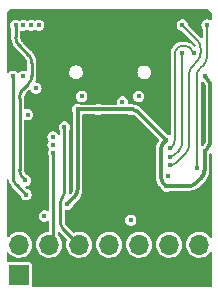
<source format=gbr>
%TF.GenerationSoftware,KiCad,Pcbnew,(6.0.4)*%
%TF.CreationDate,2022-07-06T17:37:40+08:00*%
%TF.ProjectId,XilinxJtag,58696c69-6e78-44a7-9461-672e6b696361,rev?*%
%TF.SameCoordinates,Original*%
%TF.FileFunction,Copper,L3,Inr*%
%TF.FilePolarity,Positive*%
%FSLAX46Y46*%
G04 Gerber Fmt 4.6, Leading zero omitted, Abs format (unit mm)*
G04 Created by KiCad (PCBNEW (6.0.4)) date 2022-07-06 17:37:40*
%MOMM*%
%LPD*%
G01*
G04 APERTURE LIST*
%TA.AperFunction,ComponentPad*%
%ADD10O,1.000000X2.100000*%
%TD*%
%TA.AperFunction,ComponentPad*%
%ADD11O,1.000000X1.600000*%
%TD*%
%TA.AperFunction,ComponentPad*%
%ADD12R,1.700000X1.700000*%
%TD*%
%TA.AperFunction,ComponentPad*%
%ADD13O,1.700000X1.700000*%
%TD*%
%TA.AperFunction,ViaPad*%
%ADD14C,0.450000*%
%TD*%
%TA.AperFunction,Conductor*%
%ADD15C,0.300000*%
%TD*%
%TA.AperFunction,Conductor*%
%ADD16C,0.250000*%
%TD*%
%TA.AperFunction,Conductor*%
%ADD17C,0.200000*%
%TD*%
G04 APERTURE END LIST*
D10*
%TO.N,VSS*%
%TO.C,J1*%
X137650000Y-72150001D03*
D11*
X137650000Y-67970001D03*
X146290000Y-67970001D03*
D10*
X146290000Y-72150001D03*
%TD*%
D12*
%TO.N,unconnected-(J2-Pad1)*%
%TO.C,J2*%
X134265000Y-88795000D03*
D13*
%TO.N,Net-(J2-Pad2)*%
X134265000Y-86255000D03*
%TO.N,VSS*%
X136805000Y-88795000D03*
%TO.N,TMS*%
X136805000Y-86255000D03*
%TO.N,VSS*%
X139345000Y-88795000D03*
%TO.N,TCK*%
X139345000Y-86255000D03*
%TO.N,VSS*%
X141885000Y-88795000D03*
%TO.N,TDO*%
X141885000Y-86255000D03*
%TO.N,VSS*%
X144425000Y-88795000D03*
%TO.N,TDI*%
X144425000Y-86255000D03*
%TO.N,VSS*%
X146965000Y-88795000D03*
%TO.N,unconnected-(J2-Pad12)*%
X146965000Y-86255000D03*
%TO.N,VSS*%
X149505000Y-88795000D03*
%TO.N,unconnected-(J2-Pad14)*%
X149505000Y-86255000D03*
%TD*%
D14*
%TO.N,VSS*%
X143070000Y-78540000D03*
X149840000Y-76670000D03*
X141070000Y-80540000D03*
X141070000Y-79540000D03*
X136720000Y-76140000D03*
X149300000Y-83310000D03*
X142925000Y-70030000D03*
X149250000Y-82330000D03*
X141925000Y-69030000D03*
X149020000Y-67640000D03*
X143070000Y-80540000D03*
X140925000Y-68030000D03*
X141070000Y-78540000D03*
X142070000Y-78540000D03*
X141925000Y-70030000D03*
X142070000Y-80540000D03*
X142070000Y-79540000D03*
X137380000Y-75720000D03*
X146820000Y-75650000D03*
X142925000Y-68030000D03*
X141925000Y-68030000D03*
X143070000Y-79540000D03*
X142925000Y-69030000D03*
X140925000Y-70030000D03*
X140925000Y-69030000D03*
X149840000Y-73270000D03*
%TO.N,RESET*%
X143720000Y-84180000D03*
%TO.N,+3V3*%
X146730000Y-77400000D03*
X143720000Y-74800000D03*
X146740000Y-81300000D03*
X149970000Y-72000000D03*
X140960000Y-74800000D03*
X139220000Y-74800000D03*
X138350000Y-82820000D03*
X149970000Y-78310000D03*
%TO.N,VBUS*%
X136410000Y-83820000D03*
X139570000Y-73700000D03*
X134625000Y-72000000D03*
X146870000Y-80450000D03*
X144380000Y-73690000D03*
%TO.N,Net-(C14-Pad1)*%
X134625000Y-67660000D03*
%TO.N,Net-(C15-Pad2)*%
X135690000Y-73000000D03*
%TO.N,3.3V*%
X134980000Y-75230000D03*
%TO.N,Net-(D1-Pad2)*%
X133750000Y-72000000D03*
X134840000Y-82010000D03*
%TO.N,TDI*%
X137130000Y-77130000D03*
%TO.N,TDO*%
X137140000Y-77800000D03*
%TO.N,TCK*%
X138100000Y-76290000D03*
%TO.N,TMS*%
X137169500Y-78470000D03*
%TO.N,EEP_CS*%
X147000000Y-78100000D03*
X149030000Y-70000000D03*
%TO.N,Net-(R6-Pad2)*%
X149300000Y-79740000D03*
X150170000Y-67650000D03*
%TO.N,EEP_CLK*%
X148070000Y-70010000D03*
X147000000Y-78810000D03*
%TO.N,EEP_D*%
X147000000Y-79500000D03*
X148070000Y-67650000D03*
%TO.N,Net-(R10-Pad1)*%
X135275000Y-67660000D03*
%TO.N,Net-(R11-Pad2)*%
X135925000Y-67670000D03*
%TO.N,Net-(R12-Pad2)*%
X134790000Y-80800000D03*
X133975000Y-67660000D03*
%TO.N,Net-(R3-Pad1)*%
X143000000Y-74160000D03*
%TD*%
D15*
%TO.N,+3V3*%
X146730000Y-77400000D02*
X146425736Y-77704264D01*
X150167107Y-78112893D02*
X149970000Y-78310000D01*
X149970000Y-78310000D02*
X149970000Y-79895786D01*
X138927107Y-82242893D02*
X138350000Y-82820000D01*
X146250000Y-78128528D02*
X146250000Y-80561472D01*
X149970000Y-72000000D02*
X150167107Y-72197107D01*
X146425736Y-80985736D02*
X146740000Y-81300000D01*
X149677107Y-80602893D02*
X149272893Y-81007107D01*
X148565786Y-81300000D02*
X146740000Y-81300000D01*
X139220000Y-74800000D02*
X139220000Y-81535786D01*
X144305736Y-74975736D02*
X146730000Y-77400000D01*
X143720000Y-74800000D02*
X140960000Y-74800000D01*
X143720000Y-74800000D02*
X143881472Y-74800000D01*
X150460000Y-72904214D02*
X150460000Y-77405786D01*
X139220000Y-74800000D02*
X140960000Y-74800000D01*
X146250020Y-78128528D02*
G75*
G02*
X146425736Y-77704264I599980J28D01*
G01*
X150167114Y-78112900D02*
G75*
G03*
X150460000Y-77405786I-707114J707100D01*
G01*
X150167114Y-72197100D02*
G75*
G02*
X150460000Y-72904214I-707114J-707100D01*
G01*
X143881472Y-74800020D02*
G75*
G02*
X144305736Y-74975736I28J-599980D01*
G01*
X149677114Y-80602900D02*
G75*
G03*
X149970000Y-79895786I-707114J707100D01*
G01*
X138927114Y-82242900D02*
G75*
G03*
X139220000Y-81535786I-707114J707100D01*
G01*
X149272900Y-81007114D02*
G75*
G02*
X148565786Y-81300000I-707100J707114D01*
G01*
X146250020Y-80561472D02*
G75*
G03*
X146425736Y-80985736I599980J-28D01*
G01*
D16*
%TO.N,Net-(D1-Pad2)*%
X133750000Y-72000000D02*
X133750000Y-80505786D01*
X134042893Y-81212893D02*
X134840000Y-82010000D01*
X134042886Y-81212900D02*
G75*
G02*
X133750000Y-80505786I707114J707100D01*
G01*
%TO.N,TCK*%
X138100000Y-76290000D02*
X138100000Y-81851472D01*
X137924264Y-82275736D02*
X137915736Y-82284264D01*
X137740000Y-82708528D02*
X137740000Y-84401472D01*
X137915736Y-84825736D02*
X139345000Y-86255000D01*
X137915722Y-84825750D02*
G75*
G02*
X137740000Y-84401472I424278J424250D01*
G01*
X137915722Y-82284250D02*
G75*
G03*
X137740000Y-82708528I424278J-424250D01*
G01*
X137924278Y-82275750D02*
G75*
G03*
X138100000Y-81851472I-424278J424250D01*
G01*
%TO.N,TMS*%
X137169500Y-85890500D02*
X136805000Y-86255000D01*
X137169500Y-78470000D02*
X137169500Y-85890500D01*
D17*
%TO.N,EEP_CS*%
X148047107Y-69400000D02*
X148297893Y-69400000D01*
X148651447Y-69546447D02*
X149105000Y-70000000D01*
X147596447Y-69643553D02*
X147693554Y-69546446D01*
X146975000Y-78100000D02*
X147080000Y-78100000D01*
X147450000Y-77315786D02*
X147450000Y-69997107D01*
X147080000Y-78100000D02*
X147157107Y-78022893D01*
X147596444Y-69643550D02*
G75*
G03*
X147450000Y-69997107I353556J-353550D01*
G01*
X147449990Y-77315786D02*
G75*
G02*
X147157107Y-78022893I-999990J-14D01*
G01*
X148047107Y-69400005D02*
G75*
G03*
X147693554Y-69546446I-7J-499995D01*
G01*
X148297893Y-69400005D02*
G75*
G02*
X148651447Y-69546447I7J-499995D01*
G01*
%TO.N,Net-(R6-Pad2)*%
X149877107Y-71017893D02*
X149587893Y-71307107D01*
X149295000Y-72014214D02*
X149295000Y-79560000D01*
X150170000Y-67650000D02*
X150170000Y-70310786D01*
X149877114Y-71017900D02*
G75*
G03*
X150170000Y-70310786I-707114J707100D01*
G01*
X149295010Y-72014214D02*
G75*
G02*
X149587893Y-71307107I999990J14D01*
G01*
%TO.N,EEP_CLK*%
X147396447Y-78663553D02*
X147777107Y-78282893D01*
X148070000Y-77575786D02*
X148070000Y-70010000D01*
X147000000Y-78810000D02*
X147042893Y-78810000D01*
X148069990Y-77575786D02*
G75*
G02*
X147777107Y-78282893I-999990J-14D01*
G01*
X147042893Y-78809995D02*
G75*
G03*
X147396447Y-78663553I7J499995D01*
G01*
%TO.N,EEP_D*%
X149630000Y-69624214D02*
X149630000Y-70000786D01*
X147172893Y-79500000D02*
X146975000Y-79500000D01*
X148357107Y-78522893D02*
X147526446Y-79353554D01*
X149337107Y-70707893D02*
X148942893Y-71102107D01*
X148070000Y-67650000D02*
X149337107Y-68917107D01*
X148650000Y-71809214D02*
X148650000Y-77815786D01*
X149629990Y-69624214D02*
G75*
G03*
X149337107Y-68917107I-999990J14D01*
G01*
X149629990Y-70000786D02*
G75*
G02*
X149337107Y-70707893I-999990J-14D01*
G01*
X148650010Y-71809214D02*
G75*
G02*
X148942893Y-71102107I999990J14D01*
G01*
X148649990Y-77815786D02*
G75*
G02*
X148357107Y-78522893I-999990J-14D01*
G01*
X147172893Y-79499995D02*
G75*
G03*
X147526446Y-79353554I7J499995D01*
G01*
D16*
%TO.N,Net-(R12-Pad2)*%
X135047107Y-72642893D02*
X134592893Y-73097107D01*
X134267893Y-69377893D02*
X135047107Y-70157107D01*
X135340000Y-70864214D02*
X135340000Y-71935786D01*
X134300000Y-73804214D02*
X134300000Y-79895786D01*
X134592893Y-80602893D02*
X134790000Y-80800000D01*
X133975000Y-67660000D02*
X133975000Y-68670786D01*
X134592886Y-73097100D02*
G75*
G03*
X134300000Y-73804214I707114J-707100D01*
G01*
X133975010Y-68670786D02*
G75*
G03*
X134267893Y-69377893I999990J-14D01*
G01*
X135047114Y-72642900D02*
G75*
G03*
X135340000Y-71935786I-707114J707100D01*
G01*
X135047114Y-70157100D02*
G75*
G02*
X135340000Y-70864214I-707114J-707100D01*
G01*
X134300010Y-79895786D02*
G75*
G03*
X134592893Y-80602893I999990J-14D01*
G01*
%TD*%
%TA.AperFunction,Conductor*%
%TO.N,VSS*%
G36*
X150014888Y-66262402D02*
G01*
X150020438Y-66263506D01*
X150030000Y-66265408D01*
X150039563Y-66263506D01*
X150049312Y-66263506D01*
X150049312Y-66264495D01*
X150061045Y-66263998D01*
X150141196Y-66273029D01*
X150162804Y-66277961D01*
X150257892Y-66311234D01*
X150277859Y-66320850D01*
X150363161Y-66374448D01*
X150380494Y-66388270D01*
X150451730Y-66459506D01*
X150465552Y-66476839D01*
X150519149Y-66562138D01*
X150528766Y-66582108D01*
X150562038Y-66677193D01*
X150566972Y-66698807D01*
X150576002Y-66778952D01*
X150575505Y-66790688D01*
X150576494Y-66790688D01*
X150576494Y-66800437D01*
X150574592Y-66810000D01*
X150576494Y-66819562D01*
X150577598Y-66825112D01*
X150579500Y-66844426D01*
X150579500Y-67166586D01*
X150560593Y-67224777D01*
X150511093Y-67260741D01*
X150449907Y-67260741D01*
X150426653Y-67249661D01*
X150398609Y-67231484D01*
X150371501Y-67213913D01*
X150241006Y-67174887D01*
X150160455Y-67174395D01*
X150111855Y-67174098D01*
X150111854Y-67174098D01*
X150104804Y-67174055D01*
X150098027Y-67175992D01*
X150098026Y-67175992D01*
X149980622Y-67209546D01*
X149980620Y-67209547D01*
X149973842Y-67211484D01*
X149858650Y-67284165D01*
X149768487Y-67386255D01*
X149710601Y-67509548D01*
X149689646Y-67644131D01*
X149707306Y-67779186D01*
X149710146Y-67785640D01*
X149710147Y-67785644D01*
X149758456Y-67895434D01*
X149762162Y-67903856D01*
X149779690Y-67924708D01*
X149796283Y-67944448D01*
X149819253Y-68001158D01*
X149819500Y-68008150D01*
X149819500Y-68669302D01*
X149800593Y-68727493D01*
X149751093Y-68763457D01*
X149689907Y-68763457D01*
X149646068Y-68734577D01*
X149631562Y-68718036D01*
X149628248Y-68713646D01*
X149627833Y-68712781D01*
X149624515Y-68708833D01*
X149618483Y-68702801D01*
X149614053Y-68698070D01*
X149600465Y-68682575D01*
X149594807Y-68675494D01*
X149592620Y-68672483D01*
X149592619Y-68672482D01*
X149588040Y-68666179D01*
X149571745Y-68654340D01*
X149559938Y-68644256D01*
X148571154Y-67655472D01*
X148543158Y-67599502D01*
X148533945Y-67535171D01*
X148531081Y-67515171D01*
X148474706Y-67391180D01*
X148385796Y-67287996D01*
X148271501Y-67213913D01*
X148141006Y-67174887D01*
X148060455Y-67174395D01*
X148011855Y-67174098D01*
X148011854Y-67174098D01*
X148004804Y-67174055D01*
X147998027Y-67175992D01*
X147998026Y-67175992D01*
X147880622Y-67209546D01*
X147880620Y-67209547D01*
X147873842Y-67211484D01*
X147758650Y-67284165D01*
X147668487Y-67386255D01*
X147610601Y-67509548D01*
X147589646Y-67644131D01*
X147607306Y-67779186D01*
X147610146Y-67785640D01*
X147610147Y-67785644D01*
X147658456Y-67895434D01*
X147662162Y-67903856D01*
X147695788Y-67943859D01*
X147745265Y-68002720D01*
X147745268Y-68002722D01*
X147749804Y-68008119D01*
X147755675Y-68012027D01*
X147755676Y-68012028D01*
X147782092Y-68029612D01*
X147863187Y-68083593D01*
X147869914Y-68085695D01*
X147869917Y-68085696D01*
X147986463Y-68122107D01*
X147986464Y-68122107D01*
X147993195Y-68124210D01*
X148008944Y-68124499D01*
X148009618Y-68124511D01*
X148067453Y-68144481D01*
X148077808Y-68153490D01*
X149064249Y-69139930D01*
X149074335Y-69151739D01*
X149086174Y-69168035D01*
X149092475Y-69172613D01*
X149097987Y-69178125D01*
X149097854Y-69178258D01*
X149108163Y-69187976D01*
X149161363Y-69252801D01*
X149163850Y-69255832D01*
X149174630Y-69271966D01*
X149195852Y-69311670D01*
X149206775Y-69332107D01*
X149217530Y-69392340D01*
X149190827Y-69447391D01*
X149136866Y-69476233D01*
X149076258Y-69467848D01*
X149049460Y-69448778D01*
X148924295Y-69323613D01*
X148914208Y-69311802D01*
X148902375Y-69295515D01*
X148896067Y-69290932D01*
X148887651Y-69284817D01*
X148881550Y-69280007D01*
X148802307Y-69212330D01*
X148802306Y-69212329D01*
X148799348Y-69209803D01*
X148685203Y-69139856D01*
X148586514Y-69098979D01*
X148565112Y-69090114D01*
X148565108Y-69090113D01*
X148561521Y-69088627D01*
X148557739Y-69087719D01*
X148435123Y-69058283D01*
X148435117Y-69058282D01*
X148431347Y-69057377D01*
X148395099Y-69054525D01*
X148372460Y-69052743D01*
X148363019Y-69051361D01*
X148358987Y-69049945D01*
X148353849Y-69049500D01*
X148335142Y-69049500D01*
X148327368Y-69049194D01*
X148323648Y-69048901D01*
X148315939Y-69047989D01*
X148305583Y-69046349D01*
X148305580Y-69046349D01*
X148297888Y-69045131D01*
X148280742Y-69047847D01*
X148278002Y-69048281D01*
X148262513Y-69049500D01*
X148082487Y-69049500D01*
X148066998Y-69048281D01*
X148064258Y-69047847D01*
X148047112Y-69045131D01*
X148039420Y-69046349D01*
X148039417Y-69046349D01*
X148029061Y-69047989D01*
X148021345Y-69048902D01*
X147917525Y-69057072D01*
X147917521Y-69057073D01*
X147913653Y-69057377D01*
X147783480Y-69088627D01*
X147659799Y-69139855D01*
X147545654Y-69209801D01*
X147500707Y-69248189D01*
X147493072Y-69253874D01*
X147489228Y-69255720D01*
X147485280Y-69259038D01*
X147472083Y-69272235D01*
X147466378Y-69277508D01*
X147463457Y-69280003D01*
X147457352Y-69284815D01*
X147442627Y-69295513D01*
X147438049Y-69301814D01*
X147438047Y-69301816D01*
X147430792Y-69311802D01*
X147420704Y-69323614D01*
X147373613Y-69370705D01*
X147361806Y-69380789D01*
X147345515Y-69392625D01*
X147340933Y-69398932D01*
X147340930Y-69398935D01*
X147334846Y-69407309D01*
X147330038Y-69413409D01*
X147259799Y-69495649D01*
X147257772Y-69498957D01*
X147257769Y-69498961D01*
X147195690Y-69600266D01*
X147189851Y-69609795D01*
X147188364Y-69613385D01*
X147188362Y-69613389D01*
X147180880Y-69631453D01*
X147138622Y-69733478D01*
X147107372Y-69863652D01*
X147107068Y-69867520D01*
X147107067Y-69867524D01*
X147102735Y-69922577D01*
X147101357Y-69931992D01*
X147099945Y-69936013D01*
X147099500Y-69941151D01*
X147099500Y-69959789D01*
X147099195Y-69967552D01*
X147098892Y-69971404D01*
X147097979Y-69979123D01*
X147096349Y-69989416D01*
X147096349Y-69989420D01*
X147095131Y-69997112D01*
X147096350Y-70004806D01*
X147098281Y-70016998D01*
X147099500Y-70032487D01*
X147099500Y-76890659D01*
X147080593Y-76948850D01*
X147031093Y-76984814D01*
X146969907Y-76984814D01*
X146946653Y-76973734D01*
X146937422Y-76967751D01*
X146937423Y-76967751D01*
X146931501Y-76963913D01*
X146853888Y-76940702D01*
X146812250Y-76915857D01*
X144616720Y-74720327D01*
X144606633Y-74708516D01*
X144597033Y-74695304D01*
X144592453Y-74689000D01*
X144586151Y-74684422D01*
X144586149Y-74684420D01*
X144576083Y-74677108D01*
X144569976Y-74672294D01*
X144474314Y-74590596D01*
X144474311Y-74590594D01*
X144471357Y-74588071D01*
X144468046Y-74586042D01*
X144468043Y-74586040D01*
X144340398Y-74507825D01*
X144337079Y-74505791D01*
X144333485Y-74504302D01*
X144333482Y-74504301D01*
X144195173Y-74447019D01*
X144195170Y-74447018D01*
X144191582Y-74445532D01*
X144187810Y-74444626D01*
X144187805Y-74444625D01*
X144042226Y-74409681D01*
X144042221Y-74409680D01*
X144038450Y-74408775D01*
X144034579Y-74408470D01*
X144034576Y-74408470D01*
X144024977Y-74407715D01*
X144009143Y-74406469D01*
X143963061Y-74390850D01*
X143927421Y-74367749D01*
X143927415Y-74367746D01*
X143921501Y-74363913D01*
X143791006Y-74324887D01*
X143710455Y-74324395D01*
X143661855Y-74324098D01*
X143661854Y-74324098D01*
X143654804Y-74324055D01*
X143648027Y-74325992D01*
X143648026Y-74325992D01*
X143595374Y-74341040D01*
X143534228Y-74338851D01*
X143486046Y-74301139D01*
X143469232Y-74242309D01*
X143470541Y-74229425D01*
X143479433Y-74176577D01*
X143480247Y-74171737D01*
X143480309Y-74166706D01*
X143480337Y-74164339D01*
X143480390Y-74160000D01*
X143479550Y-74154131D01*
X143466013Y-74059612D01*
X143461081Y-74025171D01*
X143404706Y-73901180D01*
X143315796Y-73797996D01*
X143201501Y-73723913D01*
X143071006Y-73684887D01*
X142990455Y-73684395D01*
X142947255Y-73684131D01*
X143899646Y-73684131D01*
X143917306Y-73819186D01*
X143920146Y-73825640D01*
X143920147Y-73825644D01*
X143948892Y-73890971D01*
X143972162Y-73943856D01*
X143992988Y-73968631D01*
X144055265Y-74042720D01*
X144055268Y-74042722D01*
X144059804Y-74048119D01*
X144065675Y-74052027D01*
X144065676Y-74052028D01*
X144080699Y-74062028D01*
X144173187Y-74123593D01*
X144179914Y-74125695D01*
X144179917Y-74125696D01*
X144296463Y-74162107D01*
X144296464Y-74162107D01*
X144303195Y-74164210D01*
X144373288Y-74165495D01*
X144432324Y-74166577D01*
X144432326Y-74166577D01*
X144439377Y-74166706D01*
X144446180Y-74164851D01*
X144446182Y-74164851D01*
X144553121Y-74135696D01*
X144570786Y-74130880D01*
X144686858Y-74059612D01*
X144769210Y-73968631D01*
X144773529Y-73963859D01*
X144773529Y-73963858D01*
X144778261Y-73958631D01*
X144837649Y-73836054D01*
X144839401Y-73825644D01*
X144859613Y-73705506D01*
X144859613Y-73705505D01*
X144860247Y-73701737D01*
X144860390Y-73690000D01*
X144859550Y-73684131D01*
X144842081Y-73562155D01*
X144841081Y-73555171D01*
X144784706Y-73431180D01*
X144695796Y-73327996D01*
X144581501Y-73253913D01*
X144451006Y-73214887D01*
X144370455Y-73214395D01*
X144321855Y-73214098D01*
X144321854Y-73214098D01*
X144314804Y-73214055D01*
X144308027Y-73215992D01*
X144308026Y-73215992D01*
X144190622Y-73249546D01*
X144190620Y-73249547D01*
X144183842Y-73251484D01*
X144068650Y-73324165D01*
X143978487Y-73426255D01*
X143920601Y-73549548D01*
X143899646Y-73684131D01*
X142947255Y-73684131D01*
X142941855Y-73684098D01*
X142941854Y-73684098D01*
X142934804Y-73684055D01*
X142928027Y-73685992D01*
X142928026Y-73685992D01*
X142810622Y-73719546D01*
X142810620Y-73719547D01*
X142803842Y-73721484D01*
X142688650Y-73794165D01*
X142598487Y-73896255D01*
X142540601Y-74019548D01*
X142519646Y-74154131D01*
X142520561Y-74161129D01*
X142537107Y-74287664D01*
X142525904Y-74347815D01*
X142481485Y-74389893D01*
X142438943Y-74399500D01*
X141245683Y-74399500D01*
X141191837Y-74383576D01*
X141161501Y-74363913D01*
X141031006Y-74324887D01*
X140950455Y-74324395D01*
X140901855Y-74324098D01*
X140901854Y-74324098D01*
X140894804Y-74324055D01*
X140888027Y-74325992D01*
X140888026Y-74325992D01*
X140770622Y-74359546D01*
X140770620Y-74359547D01*
X140763842Y-74361484D01*
X140757878Y-74365247D01*
X140727797Y-74384227D01*
X140674969Y-74399500D01*
X139505683Y-74399500D01*
X139451837Y-74383576D01*
X139421501Y-74363913D01*
X139291006Y-74324887D01*
X139210455Y-74324395D01*
X139161855Y-74324098D01*
X139161854Y-74324098D01*
X139154804Y-74324055D01*
X139148027Y-74325992D01*
X139148026Y-74325992D01*
X139030622Y-74359546D01*
X139030620Y-74359547D01*
X139023842Y-74361484D01*
X138908650Y-74434165D01*
X138818487Y-74536255D01*
X138760601Y-74659548D01*
X138739646Y-74794131D01*
X138757306Y-74929186D01*
X138760146Y-74935640D01*
X138760147Y-74935644D01*
X138811116Y-75051479D01*
X138819500Y-75091351D01*
X138819500Y-81496482D01*
X138818281Y-81511967D01*
X138814508Y-81535792D01*
X138815727Y-81543488D01*
X138815727Y-81547023D01*
X138816341Y-81567870D01*
X138808938Y-81643043D01*
X138805152Y-81662077D01*
X138776698Y-81755882D01*
X138769272Y-81773812D01*
X138723067Y-81860259D01*
X138712285Y-81876396D01*
X138701280Y-81889805D01*
X138664383Y-81934765D01*
X138649101Y-81949172D01*
X138646686Y-81951587D01*
X138640378Y-81956170D01*
X138640377Y-81956171D01*
X138639972Y-81955613D01*
X138590936Y-81980597D01*
X138530504Y-81971026D01*
X138487239Y-81927761D01*
X138477666Y-81867338D01*
X138478963Y-81859146D01*
X138480181Y-81851454D01*
X138476719Y-81829601D01*
X138475500Y-81814110D01*
X138475500Y-76620855D01*
X138492426Y-76565494D01*
X138493529Y-76563859D01*
X138498261Y-76558631D01*
X138557649Y-76436054D01*
X138559401Y-76425644D01*
X138579613Y-76305506D01*
X138579613Y-76305505D01*
X138580247Y-76301737D01*
X138580390Y-76290000D01*
X138579550Y-76284131D01*
X138562081Y-76162155D01*
X138561081Y-76155171D01*
X138504706Y-76031180D01*
X138415796Y-75927996D01*
X138301501Y-75853913D01*
X138171006Y-75814887D01*
X138090455Y-75814395D01*
X138041855Y-75814098D01*
X138041854Y-75814098D01*
X138034804Y-75814055D01*
X138028027Y-75815992D01*
X138028026Y-75815992D01*
X137910622Y-75849546D01*
X137910620Y-75849547D01*
X137903842Y-75851484D01*
X137788650Y-75924165D01*
X137698487Y-76026255D01*
X137640601Y-76149548D01*
X137619646Y-76284131D01*
X137637306Y-76419186D01*
X137640146Y-76425640D01*
X137640147Y-76425644D01*
X137689321Y-76537400D01*
X137692162Y-76543856D01*
X137696699Y-76549254D01*
X137696700Y-76549255D01*
X137701284Y-76554708D01*
X137724253Y-76611418D01*
X137724500Y-76618409D01*
X137724500Y-76831682D01*
X137705593Y-76889873D01*
X137656093Y-76925837D01*
X137594907Y-76925837D01*
X137545407Y-76889873D01*
X137541638Y-76883404D01*
X137541424Y-76883541D01*
X137537626Y-76877602D01*
X137534706Y-76871180D01*
X137445796Y-76767996D01*
X137331501Y-76693913D01*
X137201006Y-76654887D01*
X137120455Y-76654395D01*
X137071855Y-76654098D01*
X137071854Y-76654098D01*
X137064804Y-76654055D01*
X137058027Y-76655992D01*
X137058026Y-76655992D01*
X136940622Y-76689546D01*
X136940620Y-76689547D01*
X136933842Y-76691484D01*
X136818650Y-76764165D01*
X136728487Y-76866255D01*
X136670601Y-76989548D01*
X136649646Y-77124131D01*
X136667306Y-77259186D01*
X136670146Y-77265640D01*
X136670147Y-77265644D01*
X136714517Y-77366482D01*
X136722162Y-77383856D01*
X136726699Y-77389254D01*
X136726700Y-77389255D01*
X136740869Y-77406111D01*
X136763838Y-77462821D01*
X136749087Y-77522202D01*
X136746974Y-77525037D01*
X136747028Y-77525073D01*
X136743154Y-77530970D01*
X136738487Y-77536255D01*
X136680601Y-77659548D01*
X136659646Y-77794131D01*
X136660561Y-77801129D01*
X136661948Y-77811737D01*
X136677306Y-77929186D01*
X136680146Y-77935640D01*
X136680147Y-77935644D01*
X136729321Y-78047400D01*
X136732162Y-78053856D01*
X136736700Y-78059255D01*
X136736701Y-78059256D01*
X136761698Y-78088993D01*
X136784669Y-78145703D01*
X136769239Y-78204838D01*
X136767987Y-78206255D01*
X136710101Y-78329548D01*
X136689146Y-78464131D01*
X136706806Y-78599186D01*
X136709646Y-78605640D01*
X136709647Y-78605644D01*
X136758821Y-78717400D01*
X136761662Y-78723856D01*
X136766199Y-78729254D01*
X136766200Y-78729255D01*
X136770784Y-78734708D01*
X136793753Y-78791418D01*
X136794000Y-78798409D01*
X136794000Y-83320058D01*
X136775093Y-83378249D01*
X136725593Y-83414213D01*
X136664407Y-83414213D01*
X136641158Y-83403136D01*
X136611501Y-83383913D01*
X136481006Y-83344887D01*
X136400455Y-83344395D01*
X136351855Y-83344098D01*
X136351854Y-83344098D01*
X136344804Y-83344055D01*
X136338027Y-83345992D01*
X136338026Y-83345992D01*
X136220622Y-83379546D01*
X136220620Y-83379547D01*
X136213842Y-83381484D01*
X136098650Y-83454165D01*
X136008487Y-83556255D01*
X135950601Y-83679548D01*
X135929646Y-83814131D01*
X135947306Y-83949186D01*
X135950146Y-83955640D01*
X135950147Y-83955644D01*
X135987066Y-84039548D01*
X136002162Y-84073856D01*
X136027825Y-84104386D01*
X136085265Y-84172720D01*
X136085268Y-84172722D01*
X136089804Y-84178119D01*
X136095675Y-84182027D01*
X136095676Y-84182028D01*
X136110262Y-84191737D01*
X136203187Y-84253593D01*
X136209914Y-84255695D01*
X136209917Y-84255696D01*
X136326463Y-84292107D01*
X136326464Y-84292107D01*
X136333195Y-84294210D01*
X136403288Y-84295495D01*
X136462324Y-84296577D01*
X136462326Y-84296577D01*
X136469377Y-84296706D01*
X136476180Y-84294851D01*
X136476182Y-84294851D01*
X136548410Y-84275159D01*
X136600786Y-84260880D01*
X136643200Y-84234838D01*
X136702681Y-84220502D01*
X136759229Y-84243867D01*
X136791244Y-84296008D01*
X136794000Y-84319204D01*
X136794000Y-85056743D01*
X136775093Y-85114934D01*
X136725593Y-85150898D01*
X136711772Y-85154311D01*
X136518949Y-85187444D01*
X136329193Y-85257449D01*
X136155371Y-85360862D01*
X136151956Y-85363857D01*
X136151953Y-85363859D01*
X136135630Y-85378174D01*
X136003305Y-85494220D01*
X136000497Y-85497782D01*
X135902343Y-85622291D01*
X135878089Y-85653057D01*
X135783914Y-85832053D01*
X135782569Y-85836384D01*
X135782568Y-85836387D01*
X135782086Y-85837941D01*
X135723937Y-86025213D01*
X135700164Y-86226069D01*
X135713392Y-86427894D01*
X135763178Y-86623928D01*
X135847856Y-86807607D01*
X135964588Y-86972780D01*
X136109466Y-87113913D01*
X136277637Y-87226282D01*
X136463470Y-87306122D01*
X136660740Y-87350760D01*
X136862842Y-87358700D01*
X136916377Y-87350938D01*
X137058519Y-87330329D01*
X137058522Y-87330328D01*
X137063007Y-87329678D01*
X137158769Y-87297171D01*
X137250234Y-87266123D01*
X137250237Y-87266121D01*
X137254531Y-87264664D01*
X137431001Y-87165837D01*
X137586505Y-87036505D01*
X137715837Y-86881001D01*
X137814664Y-86704531D01*
X137879678Y-86513007D01*
X137908700Y-86312842D01*
X137910215Y-86255000D01*
X137891708Y-86053591D01*
X137836807Y-85858926D01*
X137747351Y-85677527D01*
X137626335Y-85515467D01*
X137576799Y-85469676D01*
X137546902Y-85416294D01*
X137545000Y-85396979D01*
X137545000Y-85225045D01*
X137563907Y-85166854D01*
X137613407Y-85130890D01*
X137674593Y-85130890D01*
X137714004Y-85155041D01*
X138297543Y-85738580D01*
X138325320Y-85793097D01*
X138322086Y-85837940D01*
X138263937Y-86025213D01*
X138240164Y-86226069D01*
X138253392Y-86427894D01*
X138303178Y-86623928D01*
X138387856Y-86807607D01*
X138504588Y-86972780D01*
X138649466Y-87113913D01*
X138817637Y-87226282D01*
X139003470Y-87306122D01*
X139200740Y-87350760D01*
X139402842Y-87358700D01*
X139456377Y-87350938D01*
X139598519Y-87330329D01*
X139598522Y-87330328D01*
X139603007Y-87329678D01*
X139698769Y-87297171D01*
X139790234Y-87266123D01*
X139790237Y-87266121D01*
X139794531Y-87264664D01*
X139971001Y-87165837D01*
X140126505Y-87036505D01*
X140255837Y-86881001D01*
X140354664Y-86704531D01*
X140419678Y-86513007D01*
X140448700Y-86312842D01*
X140450215Y-86255000D01*
X140447557Y-86226069D01*
X140780164Y-86226069D01*
X140793392Y-86427894D01*
X140843178Y-86623928D01*
X140927856Y-86807607D01*
X141044588Y-86972780D01*
X141189466Y-87113913D01*
X141357637Y-87226282D01*
X141543470Y-87306122D01*
X141740740Y-87350760D01*
X141942842Y-87358700D01*
X141996377Y-87350938D01*
X142138519Y-87330329D01*
X142138522Y-87330328D01*
X142143007Y-87329678D01*
X142238769Y-87297171D01*
X142330234Y-87266123D01*
X142330237Y-87266121D01*
X142334531Y-87264664D01*
X142511001Y-87165837D01*
X142666505Y-87036505D01*
X142795837Y-86881001D01*
X142894664Y-86704531D01*
X142959678Y-86513007D01*
X142988700Y-86312842D01*
X142990215Y-86255000D01*
X142987557Y-86226069D01*
X143320164Y-86226069D01*
X143333392Y-86427894D01*
X143383178Y-86623928D01*
X143467856Y-86807607D01*
X143584588Y-86972780D01*
X143729466Y-87113913D01*
X143897637Y-87226282D01*
X144083470Y-87306122D01*
X144280740Y-87350760D01*
X144482842Y-87358700D01*
X144536377Y-87350938D01*
X144678519Y-87330329D01*
X144678522Y-87330328D01*
X144683007Y-87329678D01*
X144778769Y-87297171D01*
X144870234Y-87266123D01*
X144870237Y-87266121D01*
X144874531Y-87264664D01*
X145051001Y-87165837D01*
X145206505Y-87036505D01*
X145335837Y-86881001D01*
X145434664Y-86704531D01*
X145499678Y-86513007D01*
X145528700Y-86312842D01*
X145530215Y-86255000D01*
X145527557Y-86226069D01*
X145860164Y-86226069D01*
X145873392Y-86427894D01*
X145923178Y-86623928D01*
X146007856Y-86807607D01*
X146124588Y-86972780D01*
X146269466Y-87113913D01*
X146437637Y-87226282D01*
X146623470Y-87306122D01*
X146820740Y-87350760D01*
X147022842Y-87358700D01*
X147076377Y-87350938D01*
X147218519Y-87330329D01*
X147218522Y-87330328D01*
X147223007Y-87329678D01*
X147318769Y-87297171D01*
X147410234Y-87266123D01*
X147410237Y-87266121D01*
X147414531Y-87264664D01*
X147591001Y-87165837D01*
X147746505Y-87036505D01*
X147875837Y-86881001D01*
X147974664Y-86704531D01*
X148039678Y-86513007D01*
X148068700Y-86312842D01*
X148070215Y-86255000D01*
X148051708Y-86053591D01*
X147996807Y-85858926D01*
X147907351Y-85677527D01*
X147786335Y-85515467D01*
X147637812Y-85378174D01*
X147615125Y-85363859D01*
X147470594Y-85272667D01*
X147466757Y-85270246D01*
X147278898Y-85195298D01*
X147080526Y-85155839D01*
X146980930Y-85154535D01*
X146882826Y-85153251D01*
X146882821Y-85153251D01*
X146878286Y-85153192D01*
X146873813Y-85153961D01*
X146873808Y-85153961D01*
X146775245Y-85170898D01*
X146678949Y-85187444D01*
X146489193Y-85257449D01*
X146315371Y-85360862D01*
X146311956Y-85363857D01*
X146311953Y-85363859D01*
X146295630Y-85378174D01*
X146163305Y-85494220D01*
X146160497Y-85497782D01*
X146062343Y-85622291D01*
X146038089Y-85653057D01*
X145943914Y-85832053D01*
X145942569Y-85836384D01*
X145942568Y-85836387D01*
X145942086Y-85837941D01*
X145883937Y-86025213D01*
X145860164Y-86226069D01*
X145527557Y-86226069D01*
X145511708Y-86053591D01*
X145456807Y-85858926D01*
X145367351Y-85677527D01*
X145246335Y-85515467D01*
X145097812Y-85378174D01*
X145075125Y-85363859D01*
X144930594Y-85272667D01*
X144926757Y-85270246D01*
X144738898Y-85195298D01*
X144540526Y-85155839D01*
X144440930Y-85154535D01*
X144342826Y-85153251D01*
X144342821Y-85153251D01*
X144338286Y-85153192D01*
X144333813Y-85153961D01*
X144333808Y-85153961D01*
X144235245Y-85170898D01*
X144138949Y-85187444D01*
X143949193Y-85257449D01*
X143775371Y-85360862D01*
X143771956Y-85363857D01*
X143771953Y-85363859D01*
X143755630Y-85378174D01*
X143623305Y-85494220D01*
X143620497Y-85497782D01*
X143522343Y-85622291D01*
X143498089Y-85653057D01*
X143403914Y-85832053D01*
X143402569Y-85836384D01*
X143402568Y-85836387D01*
X143402086Y-85837941D01*
X143343937Y-86025213D01*
X143320164Y-86226069D01*
X142987557Y-86226069D01*
X142971708Y-86053591D01*
X142916807Y-85858926D01*
X142827351Y-85677527D01*
X142706335Y-85515467D01*
X142557812Y-85378174D01*
X142535125Y-85363859D01*
X142390594Y-85272667D01*
X142386757Y-85270246D01*
X142198898Y-85195298D01*
X142000526Y-85155839D01*
X141900930Y-85154535D01*
X141802826Y-85153251D01*
X141802821Y-85153251D01*
X141798286Y-85153192D01*
X141793813Y-85153961D01*
X141793808Y-85153961D01*
X141695245Y-85170898D01*
X141598949Y-85187444D01*
X141409193Y-85257449D01*
X141235371Y-85360862D01*
X141231956Y-85363857D01*
X141231953Y-85363859D01*
X141215630Y-85378174D01*
X141083305Y-85494220D01*
X141080497Y-85497782D01*
X140982343Y-85622291D01*
X140958089Y-85653057D01*
X140863914Y-85832053D01*
X140862569Y-85836384D01*
X140862568Y-85836387D01*
X140862086Y-85837941D01*
X140803937Y-86025213D01*
X140780164Y-86226069D01*
X140447557Y-86226069D01*
X140431708Y-86053591D01*
X140376807Y-85858926D01*
X140287351Y-85677527D01*
X140166335Y-85515467D01*
X140017812Y-85378174D01*
X139995125Y-85363859D01*
X139850594Y-85272667D01*
X139846757Y-85270246D01*
X139658898Y-85195298D01*
X139460526Y-85155839D01*
X139360930Y-85154535D01*
X139262826Y-85153251D01*
X139262821Y-85153251D01*
X139258286Y-85153192D01*
X139253813Y-85153961D01*
X139253808Y-85153961D01*
X139155245Y-85170898D01*
X139058949Y-85187444D01*
X138935438Y-85233010D01*
X138874302Y-85235412D01*
X138831170Y-85210133D01*
X138207666Y-84586629D01*
X138197575Y-84574813D01*
X138189152Y-84563218D01*
X138189150Y-84563216D01*
X138184573Y-84556916D01*
X138178270Y-84552336D01*
X138172763Y-84546829D01*
X138173274Y-84546318D01*
X138162561Y-84535883D01*
X138153508Y-84524084D01*
X138140587Y-84501703D01*
X138128135Y-84471639D01*
X138121446Y-84446671D01*
X138119497Y-84431859D01*
X138119693Y-84416978D01*
X138118962Y-84416978D01*
X138118962Y-84409182D01*
X138120181Y-84401490D01*
X138116718Y-84379619D01*
X138115500Y-84364136D01*
X138115500Y-84174131D01*
X143239646Y-84174131D01*
X143240561Y-84181129D01*
X143255583Y-84296008D01*
X143257306Y-84309186D01*
X143260146Y-84315640D01*
X143260147Y-84315644D01*
X143305022Y-84417630D01*
X143312162Y-84433856D01*
X143333799Y-84459596D01*
X143395265Y-84532720D01*
X143395268Y-84532722D01*
X143399804Y-84538119D01*
X143405675Y-84542027D01*
X143405676Y-84542028D01*
X143422616Y-84553304D01*
X143513187Y-84613593D01*
X143519914Y-84615695D01*
X143519917Y-84615696D01*
X143636463Y-84652107D01*
X143636464Y-84652107D01*
X143643195Y-84654210D01*
X143713288Y-84655495D01*
X143772324Y-84656577D01*
X143772326Y-84656577D01*
X143779377Y-84656706D01*
X143786180Y-84654851D01*
X143786182Y-84654851D01*
X143858410Y-84635159D01*
X143910786Y-84620880D01*
X144026858Y-84549612D01*
X144118261Y-84448631D01*
X144177649Y-84326054D01*
X144179401Y-84315644D01*
X144199613Y-84195506D01*
X144199613Y-84195505D01*
X144200247Y-84191737D01*
X144200390Y-84180000D01*
X144199550Y-84174131D01*
X144182081Y-84052155D01*
X144181081Y-84045171D01*
X144140376Y-83955644D01*
X144127626Y-83927602D01*
X144127626Y-83927601D01*
X144124706Y-83921180D01*
X144035796Y-83817996D01*
X143921501Y-83743913D01*
X143791006Y-83704887D01*
X143710455Y-83704395D01*
X143661855Y-83704098D01*
X143661854Y-83704098D01*
X143654804Y-83704055D01*
X143648027Y-83705992D01*
X143648026Y-83705992D01*
X143530622Y-83739546D01*
X143530620Y-83739547D01*
X143523842Y-83741484D01*
X143408650Y-83814165D01*
X143318487Y-83916255D01*
X143260601Y-84039548D01*
X143239646Y-84174131D01*
X138115500Y-84174131D01*
X138115500Y-83379592D01*
X138134407Y-83321401D01*
X138183907Y-83285437D01*
X138244022Y-83285096D01*
X138266462Y-83292107D01*
X138266465Y-83292108D01*
X138273195Y-83294210D01*
X138343288Y-83295495D01*
X138402324Y-83296577D01*
X138402326Y-83296577D01*
X138409377Y-83296706D01*
X138416180Y-83294851D01*
X138416182Y-83294851D01*
X138488410Y-83275159D01*
X138540786Y-83260880D01*
X138656858Y-83189612D01*
X138748261Y-83088631D01*
X138807649Y-82966054D01*
X138809946Y-82952401D01*
X138837570Y-82898823D01*
X139182516Y-82553877D01*
X139194323Y-82543793D01*
X139213836Y-82529616D01*
X139223847Y-82515837D01*
X139229500Y-82508762D01*
X139248956Y-82486577D01*
X139333484Y-82390188D01*
X139412262Y-82272286D01*
X139433684Y-82240226D01*
X139433686Y-82240222D01*
X139435479Y-82237539D01*
X139480796Y-82145644D01*
X139515247Y-82075781D01*
X139515247Y-82075780D01*
X139516676Y-82072883D01*
X139517711Y-82069833D01*
X139517715Y-82069824D01*
X139574645Y-81902105D01*
X139574646Y-81902099D01*
X139575686Y-81899037D01*
X139611500Y-81718976D01*
X139612464Y-81704273D01*
X139621805Y-81561714D01*
X139622812Y-81552699D01*
X139623652Y-81547400D01*
X139625492Y-81535780D01*
X139621719Y-81511960D01*
X139620500Y-81496472D01*
X139620500Y-75299500D01*
X139639407Y-75241309D01*
X139688907Y-75205345D01*
X139719500Y-75200500D01*
X140673535Y-75200500D01*
X140728392Y-75217088D01*
X140753187Y-75233593D01*
X140759914Y-75235695D01*
X140759917Y-75235696D01*
X140876463Y-75272107D01*
X140876464Y-75272107D01*
X140883195Y-75274210D01*
X140953288Y-75275495D01*
X141012324Y-75276577D01*
X141012326Y-75276577D01*
X141019377Y-75276706D01*
X141026180Y-75274851D01*
X141026182Y-75274851D01*
X141123298Y-75248374D01*
X141150786Y-75240880D01*
X141183361Y-75220879D01*
X141192718Y-75215134D01*
X141244519Y-75200500D01*
X143433535Y-75200500D01*
X143488392Y-75217088D01*
X143513187Y-75233593D01*
X143519914Y-75235695D01*
X143519917Y-75235696D01*
X143636463Y-75272107D01*
X143636464Y-75272107D01*
X143643195Y-75274210D01*
X143713288Y-75275495D01*
X143772324Y-75276577D01*
X143772326Y-75276577D01*
X143779377Y-75276706D01*
X143786180Y-75274851D01*
X143786182Y-75274851D01*
X143883298Y-75248374D01*
X143910786Y-75240880D01*
X143912341Y-75239925D01*
X143970867Y-75234392D01*
X144017072Y-75259792D01*
X144019019Y-75262472D01*
X144025326Y-75267054D01*
X144025328Y-75267056D01*
X144038523Y-75276642D01*
X144050340Y-75286733D01*
X146095052Y-77331445D01*
X146122829Y-77385962D01*
X146113258Y-77446394D01*
X146100330Y-77465742D01*
X146043679Y-77532077D01*
X146038071Y-77538643D01*
X146036042Y-77541954D01*
X146036040Y-77541957D01*
X146034905Y-77543809D01*
X145955791Y-77672921D01*
X145954302Y-77676515D01*
X145954301Y-77676518D01*
X145898299Y-77811737D01*
X145895532Y-77818418D01*
X145894626Y-77822190D01*
X145894625Y-77822195D01*
X145870623Y-77922189D01*
X145858775Y-77971550D01*
X145858471Y-77975419D01*
X145858470Y-77975423D01*
X145848624Y-78100597D01*
X145847711Y-78108314D01*
X145844508Y-78128547D01*
X145845727Y-78136241D01*
X145845727Y-78136243D01*
X145848280Y-78152354D01*
X145849500Y-78167846D01*
X145849500Y-80522154D01*
X145848280Y-80537643D01*
X145844508Y-80561453D01*
X145845727Y-80569151D01*
X145847711Y-80581686D01*
X145848624Y-80589403D01*
X145858775Y-80718450D01*
X145859681Y-80722224D01*
X145893365Y-80862553D01*
X145895532Y-80871582D01*
X145897018Y-80875170D01*
X145897019Y-80875173D01*
X145923494Y-80939096D01*
X145955791Y-81017079D01*
X146038071Y-81151357D01*
X146040594Y-81154311D01*
X146040596Y-81154314D01*
X146122294Y-81249976D01*
X146127107Y-81256081D01*
X146139000Y-81272453D01*
X146145302Y-81277032D01*
X146145304Y-81277034D01*
X146158521Y-81286637D01*
X146170324Y-81296717D01*
X146220984Y-81347376D01*
X146250509Y-81376901D01*
X146275858Y-81420283D01*
X146276392Y-81422196D01*
X146277306Y-81429186D01*
X146280144Y-81435637D01*
X146280145Y-81435639D01*
X146327594Y-81543475D01*
X146332162Y-81553856D01*
X146347323Y-81571892D01*
X146415265Y-81652720D01*
X146415268Y-81652722D01*
X146419804Y-81658119D01*
X146533187Y-81733593D01*
X146539914Y-81735695D01*
X146539917Y-81735696D01*
X146656463Y-81772107D01*
X146656464Y-81772107D01*
X146663195Y-81774210D01*
X146733288Y-81775495D01*
X146792324Y-81776577D01*
X146792326Y-81776577D01*
X146799377Y-81776706D01*
X146806180Y-81774851D01*
X146806182Y-81774851D01*
X146893006Y-81751180D01*
X146930786Y-81740880D01*
X146972718Y-81715134D01*
X147024519Y-81700500D01*
X148526472Y-81700500D01*
X148541960Y-81701719D01*
X148565780Y-81705492D01*
X148582706Y-81702811D01*
X148591711Y-81701805D01*
X148634210Y-81699020D01*
X148745747Y-81691712D01*
X148745753Y-81691711D01*
X148748976Y-81691500D01*
X148929037Y-81655686D01*
X148932099Y-81654646D01*
X148932105Y-81654645D01*
X149099824Y-81597715D01*
X149099833Y-81597711D01*
X149102883Y-81596676D01*
X149105781Y-81595247D01*
X149264642Y-81516908D01*
X149264647Y-81516905D01*
X149267539Y-81515479D01*
X149270222Y-81513686D01*
X149270226Y-81513684D01*
X149374243Y-81444183D01*
X149420188Y-81413484D01*
X149538767Y-81309496D01*
X149545837Y-81303847D01*
X149559616Y-81293836D01*
X149573793Y-81274323D01*
X149583877Y-81262516D01*
X149932516Y-80913877D01*
X149944323Y-80903793D01*
X149963836Y-80889616D01*
X149973847Y-80875837D01*
X149979500Y-80868762D01*
X149980340Y-80867805D01*
X150083484Y-80750188D01*
X150185479Y-80597539D01*
X150189492Y-80589403D01*
X150265247Y-80435781D01*
X150265247Y-80435780D01*
X150266676Y-80432883D01*
X150267711Y-80429833D01*
X150267715Y-80429824D01*
X150324645Y-80262105D01*
X150324646Y-80262099D01*
X150325686Y-80259037D01*
X150361500Y-80078976D01*
X150365521Y-80017624D01*
X150371805Y-79921714D01*
X150372812Y-79912699D01*
X150374273Y-79903475D01*
X150375492Y-79895780D01*
X150371719Y-79871960D01*
X150370500Y-79856472D01*
X150370500Y-78596730D01*
X150380406Y-78553564D01*
X150391406Y-78530860D01*
X150433794Y-78486736D01*
X150494021Y-78475954D01*
X150549085Y-78502632D01*
X150577951Y-78556580D01*
X150579500Y-78574026D01*
X150579500Y-85556457D01*
X150560593Y-85614648D01*
X150511093Y-85650612D01*
X150449907Y-85650612D01*
X150401176Y-85615691D01*
X150329051Y-85519104D01*
X150329050Y-85519103D01*
X150326335Y-85515467D01*
X150177812Y-85378174D01*
X150155125Y-85363859D01*
X150010594Y-85272667D01*
X150006757Y-85270246D01*
X149818898Y-85195298D01*
X149620526Y-85155839D01*
X149520930Y-85154535D01*
X149422826Y-85153251D01*
X149422821Y-85153251D01*
X149418286Y-85153192D01*
X149413813Y-85153961D01*
X149413808Y-85153961D01*
X149315245Y-85170898D01*
X149218949Y-85187444D01*
X149029193Y-85257449D01*
X148855371Y-85360862D01*
X148851956Y-85363857D01*
X148851953Y-85363859D01*
X148835630Y-85378174D01*
X148703305Y-85494220D01*
X148700497Y-85497782D01*
X148602343Y-85622291D01*
X148578089Y-85653057D01*
X148483914Y-85832053D01*
X148482569Y-85836384D01*
X148482568Y-85836387D01*
X148482086Y-85837941D01*
X148423937Y-86025213D01*
X148400164Y-86226069D01*
X148413392Y-86427894D01*
X148463178Y-86623928D01*
X148547856Y-86807607D01*
X148664588Y-86972780D01*
X148809466Y-87113913D01*
X148977637Y-87226282D01*
X149163470Y-87306122D01*
X149360740Y-87350760D01*
X149562842Y-87358700D01*
X149616377Y-87350938D01*
X149758519Y-87330329D01*
X149758522Y-87330328D01*
X149763007Y-87329678D01*
X149858769Y-87297171D01*
X149950234Y-87266123D01*
X149950237Y-87266121D01*
X149954531Y-87264664D01*
X150131001Y-87165837D01*
X150286505Y-87036505D01*
X150404386Y-86894769D01*
X150456131Y-86862121D01*
X150517185Y-86866123D01*
X150564227Y-86905247D01*
X150579500Y-86958075D01*
X150579500Y-89770500D01*
X150560593Y-89828691D01*
X150511093Y-89864655D01*
X150480500Y-89869500D01*
X135444566Y-89869500D01*
X135386375Y-89850593D01*
X135350411Y-89801093D01*
X135350411Y-89743571D01*
X135350966Y-89742740D01*
X135365500Y-89669674D01*
X135365500Y-87920326D01*
X135350966Y-87847260D01*
X135295601Y-87764399D01*
X135212740Y-87709034D01*
X135139674Y-87694500D01*
X133390326Y-87694500D01*
X133328814Y-87706736D01*
X133268053Y-87699544D01*
X133223123Y-87658012D01*
X133210500Y-87609638D01*
X133210500Y-86981468D01*
X133229407Y-86923277D01*
X133278907Y-86887313D01*
X133340093Y-86887313D01*
X133390348Y-86924331D01*
X133424588Y-86972780D01*
X133569466Y-87113913D01*
X133737637Y-87226282D01*
X133923470Y-87306122D01*
X134120740Y-87350760D01*
X134322842Y-87358700D01*
X134376377Y-87350938D01*
X134518519Y-87330329D01*
X134518522Y-87330328D01*
X134523007Y-87329678D01*
X134618769Y-87297171D01*
X134710234Y-87266123D01*
X134710237Y-87266121D01*
X134714531Y-87264664D01*
X134891001Y-87165837D01*
X135046505Y-87036505D01*
X135175837Y-86881001D01*
X135274664Y-86704531D01*
X135339678Y-86513007D01*
X135368700Y-86312842D01*
X135370215Y-86255000D01*
X135351708Y-86053591D01*
X135296807Y-85858926D01*
X135207351Y-85677527D01*
X135086335Y-85515467D01*
X134937812Y-85378174D01*
X134915125Y-85363859D01*
X134770594Y-85272667D01*
X134766757Y-85270246D01*
X134578898Y-85195298D01*
X134380526Y-85155839D01*
X134280930Y-85154535D01*
X134182826Y-85153251D01*
X134182821Y-85153251D01*
X134178286Y-85153192D01*
X134173813Y-85153961D01*
X134173808Y-85153961D01*
X134075245Y-85170898D01*
X133978949Y-85187444D01*
X133789193Y-85257449D01*
X133615371Y-85360862D01*
X133611956Y-85363857D01*
X133611953Y-85363859D01*
X133595630Y-85378174D01*
X133463305Y-85494220D01*
X133460497Y-85497782D01*
X133387247Y-85590700D01*
X133336373Y-85624693D01*
X133275235Y-85622291D01*
X133227185Y-85584412D01*
X133210500Y-85529410D01*
X133210500Y-80821957D01*
X133229407Y-80763766D01*
X133278907Y-80727802D01*
X133340093Y-80727802D01*
X133389593Y-80763766D01*
X133406598Y-80802644D01*
X133417301Y-80856453D01*
X133418514Y-80862553D01*
X133419557Y-80865626D01*
X133419559Y-80865633D01*
X133441132Y-80929186D01*
X133476471Y-81033295D01*
X133477905Y-81036203D01*
X133541114Y-81164381D01*
X133556219Y-81195012D01*
X133656392Y-81344936D01*
X133727004Y-81425454D01*
X133730803Y-81430486D01*
X133731430Y-81431793D01*
X133734987Y-81436024D01*
X133743146Y-81444183D01*
X133747576Y-81448914D01*
X133760046Y-81463134D01*
X133765704Y-81470215D01*
X133774062Y-81481719D01*
X133780367Y-81486300D01*
X133791966Y-81494728D01*
X133803779Y-81504816D01*
X134344357Y-82045394D01*
X134372517Y-82102562D01*
X134377306Y-82139186D01*
X134380146Y-82145640D01*
X134380147Y-82145644D01*
X134429321Y-82257400D01*
X134432162Y-82263856D01*
X134475983Y-82315988D01*
X134515265Y-82362720D01*
X134515268Y-82362722D01*
X134519804Y-82368119D01*
X134525675Y-82372027D01*
X134525676Y-82372028D01*
X134542616Y-82383304D01*
X134633187Y-82443593D01*
X134639914Y-82445695D01*
X134639917Y-82445696D01*
X134756463Y-82482107D01*
X134756464Y-82482107D01*
X134763195Y-82484210D01*
X134833288Y-82485495D01*
X134892324Y-82486577D01*
X134892326Y-82486577D01*
X134899377Y-82486706D01*
X134906180Y-82484851D01*
X134906182Y-82484851D01*
X134978410Y-82465159D01*
X135030786Y-82450880D01*
X135146858Y-82379612D01*
X135238261Y-82278631D01*
X135297649Y-82156054D01*
X135299401Y-82145644D01*
X135319613Y-82025506D01*
X135319613Y-82025505D01*
X135320247Y-82021737D01*
X135320390Y-82010000D01*
X135301081Y-81875171D01*
X135256253Y-81776577D01*
X135247626Y-81757602D01*
X135247626Y-81757601D01*
X135244706Y-81751180D01*
X135155796Y-81647996D01*
X135041501Y-81573913D01*
X134913447Y-81535617D01*
X134871809Y-81510772D01*
X134803499Y-81442462D01*
X134775722Y-81387945D01*
X134785293Y-81327513D01*
X134828558Y-81284248D01*
X134849669Y-81277777D01*
X134849377Y-81276706D01*
X134980786Y-81240880D01*
X135096858Y-81169612D01*
X135188261Y-81068631D01*
X135247649Y-80946054D01*
X135255482Y-80899500D01*
X135269613Y-80815506D01*
X135269613Y-80815505D01*
X135270247Y-80811737D01*
X135270390Y-80800000D01*
X135251081Y-80665171D01*
X135194706Y-80541180D01*
X135105796Y-80437996D01*
X134991501Y-80363913D01*
X134984743Y-80361892D01*
X134984741Y-80361891D01*
X134872965Y-80328463D01*
X134824803Y-80296419D01*
X134786938Y-80250280D01*
X134776155Y-80234142D01*
X134773332Y-80228859D01*
X134727639Y-80143371D01*
X134720213Y-80125443D01*
X134690337Y-80026949D01*
X134686552Y-80007920D01*
X134684532Y-79987400D01*
X134678546Y-79926618D01*
X134678998Y-79911278D01*
X134678962Y-79911278D01*
X134678962Y-79903488D01*
X134680181Y-79895791D01*
X134676719Y-79873930D01*
X134675500Y-79858445D01*
X134675500Y-75767722D01*
X134694407Y-75709531D01*
X134743907Y-75673567D01*
X134804021Y-75673226D01*
X134903195Y-75704210D01*
X134973288Y-75705495D01*
X135032324Y-75706577D01*
X135032326Y-75706577D01*
X135039377Y-75706706D01*
X135046180Y-75704851D01*
X135046182Y-75704851D01*
X135160930Y-75673567D01*
X135170786Y-75670880D01*
X135286858Y-75599612D01*
X135378261Y-75498631D01*
X135437649Y-75376054D01*
X135454375Y-75276642D01*
X135459613Y-75245506D01*
X135459613Y-75245505D01*
X135460247Y-75241737D01*
X135460303Y-75237191D01*
X135460343Y-75233827D01*
X135460390Y-75230000D01*
X135441081Y-75095171D01*
X135384706Y-74971180D01*
X135295796Y-74867996D01*
X135181501Y-74793913D01*
X135051006Y-74754887D01*
X134970455Y-74754395D01*
X134921855Y-74754098D01*
X134921854Y-74754098D01*
X134914804Y-74754055D01*
X134908027Y-74755992D01*
X134908026Y-74755992D01*
X134904818Y-74756909D01*
X134801704Y-74786379D01*
X134740559Y-74784190D01*
X134692377Y-74746479D01*
X134675500Y-74691190D01*
X134675500Y-73841555D01*
X134676719Y-73826070D01*
X134678962Y-73811906D01*
X134680181Y-73804209D01*
X134678962Y-73796512D01*
X134678962Y-73788723D01*
X134678992Y-73788723D01*
X134678540Y-73773344D01*
X134686340Y-73694131D01*
X139089646Y-73694131D01*
X139090561Y-73701129D01*
X139103418Y-73799450D01*
X139107306Y-73829186D01*
X139110146Y-73835640D01*
X139110147Y-73835644D01*
X139154921Y-73937400D01*
X139162162Y-73953856D01*
X139205983Y-74005987D01*
X139245265Y-74052720D01*
X139245268Y-74052722D01*
X139249804Y-74058119D01*
X139255675Y-74062027D01*
X139255676Y-74062028D01*
X139272616Y-74073304D01*
X139363187Y-74133593D01*
X139369914Y-74135695D01*
X139369917Y-74135696D01*
X139486463Y-74172107D01*
X139486464Y-74172107D01*
X139493195Y-74174210D01*
X139563288Y-74175495D01*
X139622324Y-74176577D01*
X139622326Y-74176577D01*
X139629377Y-74176706D01*
X139636180Y-74174851D01*
X139636182Y-74174851D01*
X139737762Y-74147157D01*
X139760786Y-74140880D01*
X139876858Y-74069612D01*
X139890645Y-74054381D01*
X139963529Y-73973859D01*
X139963529Y-73973858D01*
X139968261Y-73968631D01*
X140027649Y-73846054D01*
X140029332Y-73836054D01*
X140049613Y-73715506D01*
X140049613Y-73715505D01*
X140050247Y-73711737D01*
X140050390Y-73700000D01*
X140049550Y-73694131D01*
X140032081Y-73572155D01*
X140031081Y-73565171D01*
X139985924Y-73465852D01*
X139977626Y-73447602D01*
X139977626Y-73447601D01*
X139974706Y-73441180D01*
X139885796Y-73337996D01*
X139771501Y-73263913D01*
X139641006Y-73224887D01*
X139560455Y-73224395D01*
X139511855Y-73224098D01*
X139511854Y-73224098D01*
X139504804Y-73224055D01*
X139498027Y-73225992D01*
X139498026Y-73225992D01*
X139380622Y-73259546D01*
X139380620Y-73259547D01*
X139373842Y-73261484D01*
X139258650Y-73334165D01*
X139168487Y-73436255D01*
X139110601Y-73559548D01*
X139089646Y-73694131D01*
X134686340Y-73694131D01*
X134686542Y-73692083D01*
X134690327Y-73673049D01*
X134720204Y-73574551D01*
X134727631Y-73556620D01*
X134727686Y-73556518D01*
X134776148Y-73465849D01*
X134786929Y-73449714D01*
X134838708Y-73386621D01*
X134849929Y-73376041D01*
X134849911Y-73376023D01*
X134855421Y-73370512D01*
X134861724Y-73365933D01*
X134874731Y-73348030D01*
X134884814Y-73336223D01*
X135083585Y-73137452D01*
X135138099Y-73109677D01*
X135198531Y-73119248D01*
X135244202Y-73167586D01*
X135270305Y-73226909D01*
X135282162Y-73253856D01*
X135325983Y-73305987D01*
X135365265Y-73352720D01*
X135365268Y-73352722D01*
X135369804Y-73358119D01*
X135375675Y-73362027D01*
X135375676Y-73362028D01*
X135407252Y-73383047D01*
X135483187Y-73433593D01*
X135489914Y-73435695D01*
X135489917Y-73435696D01*
X135606463Y-73472107D01*
X135606464Y-73472107D01*
X135613195Y-73474210D01*
X135683288Y-73475495D01*
X135742324Y-73476577D01*
X135742326Y-73476577D01*
X135749377Y-73476706D01*
X135756180Y-73474851D01*
X135756182Y-73474851D01*
X135856130Y-73447602D01*
X135880786Y-73440880D01*
X135969156Y-73386621D01*
X135990845Y-73373304D01*
X135996858Y-73369612D01*
X136027087Y-73336216D01*
X136083529Y-73273859D01*
X136083529Y-73273858D01*
X136088261Y-73268631D01*
X136147649Y-73146054D01*
X136153770Y-73109677D01*
X136169613Y-73015506D01*
X136169613Y-73015505D01*
X136170247Y-73011737D01*
X136170390Y-73000000D01*
X136151081Y-72865171D01*
X136094706Y-72741180D01*
X136005796Y-72637996D01*
X135891501Y-72563913D01*
X135761006Y-72524887D01*
X135733076Y-72524716D01*
X135730232Y-72524699D01*
X135672158Y-72505437D01*
X135636497Y-72455718D01*
X135637091Y-72393881D01*
X135671486Y-72292553D01*
X135706661Y-72115706D01*
X135713659Y-72008910D01*
X135714537Y-72002620D01*
X135715023Y-72001238D01*
X135715500Y-71995731D01*
X135715500Y-71984055D01*
X135715712Y-71977581D01*
X135716933Y-71958950D01*
X135717939Y-71949941D01*
X135718963Y-71943476D01*
X135718963Y-71943472D01*
X135720181Y-71935781D01*
X135716719Y-71913924D01*
X135715500Y-71898437D01*
X135715500Y-71650001D01*
X138499534Y-71650001D01*
X138519313Y-71800237D01*
X138521797Y-71806234D01*
X138574819Y-71934241D01*
X138574821Y-71934245D01*
X138577302Y-71940234D01*
X138581248Y-71945376D01*
X138581250Y-71945380D01*
X138630004Y-72008916D01*
X138669549Y-72060452D01*
X138674698Y-72064403D01*
X138784621Y-72148751D01*
X138784625Y-72148753D01*
X138789767Y-72152699D01*
X138795756Y-72155180D01*
X138795760Y-72155182D01*
X138872750Y-72187072D01*
X138929764Y-72210688D01*
X139042280Y-72225501D01*
X139117720Y-72225501D01*
X139230236Y-72210688D01*
X139287250Y-72187072D01*
X139364240Y-72155182D01*
X139364244Y-72155180D01*
X139370233Y-72152699D01*
X139375375Y-72148753D01*
X139375379Y-72148751D01*
X139485302Y-72064403D01*
X139490451Y-72060452D01*
X139529996Y-72008916D01*
X139578750Y-71945380D01*
X139578752Y-71945376D01*
X139582698Y-71940234D01*
X139585179Y-71934245D01*
X139585181Y-71934241D01*
X139638203Y-71806234D01*
X139640687Y-71800237D01*
X139660466Y-71650001D01*
X144279534Y-71650001D01*
X144299313Y-71800237D01*
X144301797Y-71806234D01*
X144354819Y-71934241D01*
X144354821Y-71934245D01*
X144357302Y-71940234D01*
X144361248Y-71945376D01*
X144361250Y-71945380D01*
X144410004Y-72008916D01*
X144449549Y-72060452D01*
X144454698Y-72064403D01*
X144564621Y-72148751D01*
X144564625Y-72148753D01*
X144569767Y-72152699D01*
X144575756Y-72155180D01*
X144575760Y-72155182D01*
X144652750Y-72187072D01*
X144709764Y-72210688D01*
X144822280Y-72225501D01*
X144897720Y-72225501D01*
X145010236Y-72210688D01*
X145067250Y-72187072D01*
X145144240Y-72155182D01*
X145144244Y-72155180D01*
X145150233Y-72152699D01*
X145155375Y-72148753D01*
X145155379Y-72148751D01*
X145265302Y-72064403D01*
X145270451Y-72060452D01*
X145309996Y-72008916D01*
X145358750Y-71945380D01*
X145358752Y-71945376D01*
X145362698Y-71940234D01*
X145365179Y-71934245D01*
X145365181Y-71934241D01*
X145418203Y-71806234D01*
X145420687Y-71800237D01*
X145440466Y-71650001D01*
X145420687Y-71499765D01*
X145395754Y-71439572D01*
X145365181Y-71365761D01*
X145365179Y-71365757D01*
X145362698Y-71359768D01*
X145358752Y-71354626D01*
X145358750Y-71354622D01*
X145274402Y-71244699D01*
X145270451Y-71239550D01*
X145265302Y-71235599D01*
X145155379Y-71151251D01*
X145155375Y-71151249D01*
X145150233Y-71147303D01*
X145144244Y-71144822D01*
X145144240Y-71144820D01*
X145016233Y-71091798D01*
X145010236Y-71089314D01*
X144897720Y-71074501D01*
X144822280Y-71074501D01*
X144709764Y-71089314D01*
X144703767Y-71091798D01*
X144575760Y-71144820D01*
X144575756Y-71144822D01*
X144569767Y-71147303D01*
X144564625Y-71151249D01*
X144564621Y-71151251D01*
X144454698Y-71235599D01*
X144449549Y-71239550D01*
X144445598Y-71244699D01*
X144361250Y-71354622D01*
X144361248Y-71354626D01*
X144357302Y-71359768D01*
X144354821Y-71365757D01*
X144354819Y-71365761D01*
X144324246Y-71439572D01*
X144299313Y-71499765D01*
X144279534Y-71650001D01*
X139660466Y-71650001D01*
X139640687Y-71499765D01*
X139615754Y-71439572D01*
X139585181Y-71365761D01*
X139585179Y-71365757D01*
X139582698Y-71359768D01*
X139578752Y-71354626D01*
X139578750Y-71354622D01*
X139494402Y-71244699D01*
X139490451Y-71239550D01*
X139485302Y-71235599D01*
X139375379Y-71151251D01*
X139375375Y-71151249D01*
X139370233Y-71147303D01*
X139364244Y-71144822D01*
X139364240Y-71144820D01*
X139236233Y-71091798D01*
X139230236Y-71089314D01*
X139117720Y-71074501D01*
X139042280Y-71074501D01*
X138929764Y-71089314D01*
X138923767Y-71091798D01*
X138795760Y-71144820D01*
X138795756Y-71144822D01*
X138789767Y-71147303D01*
X138784625Y-71151249D01*
X138784621Y-71151251D01*
X138674698Y-71235599D01*
X138669549Y-71239550D01*
X138665598Y-71244699D01*
X138581250Y-71354622D01*
X138581248Y-71354626D01*
X138577302Y-71359768D01*
X138574821Y-71365757D01*
X138574819Y-71365761D01*
X138544246Y-71439572D01*
X138519313Y-71499765D01*
X138499534Y-71650001D01*
X135715500Y-71650001D01*
X135715500Y-70901563D01*
X135716719Y-70886074D01*
X135718962Y-70871912D01*
X135720181Y-70864219D01*
X135718963Y-70856528D01*
X135718963Y-70856524D01*
X135717939Y-70850059D01*
X135716933Y-70841049D01*
X135706873Y-70687523D01*
X135706872Y-70687517D01*
X135706661Y-70684294D01*
X135675147Y-70525852D01*
X135672120Y-70510633D01*
X135672119Y-70510629D01*
X135671486Y-70507447D01*
X135665509Y-70489837D01*
X135623725Y-70366742D01*
X135613529Y-70336705D01*
X135584891Y-70278631D01*
X135535215Y-70177895D01*
X135535212Y-70177890D01*
X135533781Y-70174988D01*
X135433608Y-70025064D01*
X135362996Y-69944546D01*
X135359197Y-69939514D01*
X135358570Y-69938207D01*
X135355013Y-69933976D01*
X135346854Y-69925817D01*
X135342424Y-69921086D01*
X135329954Y-69906866D01*
X135324295Y-69899784D01*
X135320516Y-69894583D01*
X135315938Y-69888281D01*
X135309633Y-69883700D01*
X135298034Y-69875272D01*
X135286221Y-69865184D01*
X134559817Y-69138780D01*
X134549734Y-69126974D01*
X134536724Y-69109067D01*
X134530416Y-69104484D01*
X134524911Y-69098979D01*
X134524934Y-69098956D01*
X134513742Y-69088405D01*
X134482906Y-69050830D01*
X134461936Y-69025277D01*
X134451155Y-69009142D01*
X134402639Y-68918372D01*
X134395213Y-68900443D01*
X134381088Y-68853878D01*
X134365337Y-68801949D01*
X134361552Y-68782920D01*
X134359636Y-68763457D01*
X134353546Y-68701618D01*
X134353998Y-68686278D01*
X134353962Y-68686278D01*
X134353962Y-68678488D01*
X134355181Y-68670791D01*
X134351719Y-68648930D01*
X134350500Y-68633445D01*
X134350500Y-68207095D01*
X134369407Y-68148904D01*
X134418907Y-68112940D01*
X134479022Y-68112599D01*
X134541463Y-68132107D01*
X134541464Y-68132107D01*
X134548195Y-68134210D01*
X134618288Y-68135495D01*
X134677324Y-68136577D01*
X134677326Y-68136577D01*
X134684377Y-68136706D01*
X134691180Y-68134851D01*
X134691182Y-68134851D01*
X134798121Y-68105696D01*
X134815786Y-68100880D01*
X134887824Y-68056649D01*
X134898821Y-68049897D01*
X134958304Y-68035561D01*
X135005479Y-68051851D01*
X135068187Y-68093593D01*
X135074914Y-68095695D01*
X135074917Y-68095696D01*
X135191463Y-68132107D01*
X135191464Y-68132107D01*
X135198195Y-68134210D01*
X135268288Y-68135495D01*
X135327324Y-68136577D01*
X135327326Y-68136577D01*
X135334377Y-68136706D01*
X135341180Y-68134851D01*
X135341182Y-68134851D01*
X135448121Y-68105696D01*
X135465786Y-68100880D01*
X135541006Y-68054695D01*
X135600489Y-68040359D01*
X135647664Y-68056649D01*
X135718187Y-68103593D01*
X135724914Y-68105695D01*
X135724917Y-68105696D01*
X135841463Y-68142107D01*
X135841464Y-68142107D01*
X135848195Y-68144210D01*
X135918288Y-68145495D01*
X135977324Y-68146577D01*
X135977326Y-68146577D01*
X135984377Y-68146706D01*
X135991180Y-68144851D01*
X135991182Y-68144851D01*
X136066892Y-68124210D01*
X136115786Y-68110880D01*
X136231858Y-68039612D01*
X136251313Y-68018119D01*
X136318529Y-67943859D01*
X136318529Y-67943858D01*
X136323261Y-67938631D01*
X136382649Y-67816054D01*
X136387170Y-67789186D01*
X136404613Y-67685506D01*
X136404613Y-67685505D01*
X136405247Y-67681737D01*
X136405390Y-67670000D01*
X136386081Y-67535171D01*
X136329706Y-67411180D01*
X136240796Y-67307996D01*
X136126501Y-67233913D01*
X135996006Y-67194887D01*
X135915455Y-67194395D01*
X135866855Y-67194098D01*
X135866854Y-67194098D01*
X135859804Y-67194055D01*
X135853027Y-67195992D01*
X135853026Y-67195992D01*
X135735622Y-67229546D01*
X135735620Y-67229547D01*
X135728842Y-67231484D01*
X135668469Y-67269577D01*
X135660438Y-67274644D01*
X135601135Y-67289705D01*
X135553763Y-67273992D01*
X135488811Y-67231892D01*
X135476501Y-67223913D01*
X135346006Y-67184887D01*
X135265455Y-67184395D01*
X135216855Y-67184098D01*
X135216854Y-67184098D01*
X135209804Y-67184055D01*
X135203027Y-67185992D01*
X135203026Y-67185992D01*
X135085622Y-67219546D01*
X135085620Y-67219547D01*
X135078842Y-67221484D01*
X135002619Y-67269577D01*
X134943318Y-67284638D01*
X134895945Y-67268925D01*
X134832421Y-67227750D01*
X134832420Y-67227750D01*
X134826501Y-67223913D01*
X134696006Y-67184887D01*
X134615455Y-67184395D01*
X134566855Y-67184098D01*
X134566854Y-67184098D01*
X134559804Y-67184055D01*
X134553027Y-67185992D01*
X134553026Y-67185992D01*
X134435622Y-67219546D01*
X134435620Y-67219547D01*
X134428842Y-67221484D01*
X134352619Y-67269577D01*
X134293318Y-67284638D01*
X134245945Y-67268925D01*
X134182421Y-67227750D01*
X134182420Y-67227750D01*
X134176501Y-67223913D01*
X134046006Y-67184887D01*
X133965455Y-67184395D01*
X133916855Y-67184098D01*
X133916854Y-67184098D01*
X133909804Y-67184055D01*
X133903027Y-67185992D01*
X133903026Y-67185992D01*
X133785622Y-67219546D01*
X133785620Y-67219547D01*
X133778842Y-67221484D01*
X133663650Y-67294165D01*
X133573487Y-67396255D01*
X133515601Y-67519548D01*
X133494646Y-67654131D01*
X133512306Y-67789186D01*
X133515146Y-67795640D01*
X133515147Y-67795644D01*
X133559056Y-67895434D01*
X133567162Y-67913856D01*
X133571699Y-67919254D01*
X133571700Y-67919255D01*
X133576284Y-67924708D01*
X133599253Y-67981418D01*
X133599500Y-67988409D01*
X133599500Y-68633437D01*
X133598281Y-68648924D01*
X133594819Y-68670781D01*
X133596037Y-68678473D01*
X133596037Y-68678474D01*
X133597078Y-68685047D01*
X133598084Y-68694057D01*
X133605155Y-68801956D01*
X133608349Y-68850704D01*
X133643524Y-69027550D01*
X133644564Y-69030612D01*
X133644565Y-69030618D01*
X133691210Y-69168035D01*
X133701480Y-69198291D01*
X133702913Y-69201197D01*
X133767469Y-69332107D01*
X133781227Y-69360007D01*
X133783025Y-69362698D01*
X133879600Y-69507237D01*
X133879605Y-69507243D01*
X133881400Y-69509930D01*
X133883531Y-69512360D01*
X133883541Y-69512373D01*
X133951966Y-69590397D01*
X133955794Y-69595467D01*
X133956430Y-69596793D01*
X133959987Y-69601024D01*
X133968253Y-69609290D01*
X133972683Y-69614021D01*
X133984982Y-69628046D01*
X133990640Y-69635128D01*
X133994480Y-69640413D01*
X133994482Y-69640415D01*
X133999062Y-69646719D01*
X134005367Y-69651300D01*
X134016966Y-69659728D01*
X134028779Y-69669816D01*
X134755183Y-70396220D01*
X134765266Y-70408026D01*
X134778276Y-70425933D01*
X134784577Y-70430511D01*
X134790089Y-70436023D01*
X134790071Y-70436041D01*
X134801292Y-70446621D01*
X134845921Y-70501001D01*
X134851211Y-70507447D01*
X134853071Y-70509714D01*
X134863854Y-70525852D01*
X134912369Y-70616620D01*
X134919796Y-70634551D01*
X134949673Y-70733049D01*
X134953458Y-70752083D01*
X134961460Y-70833344D01*
X134961008Y-70848723D01*
X134961038Y-70848723D01*
X134961038Y-70856512D01*
X134959819Y-70864209D01*
X134961038Y-70871906D01*
X134963281Y-70886070D01*
X134964500Y-70901555D01*
X134964500Y-71473977D01*
X134945593Y-71532168D01*
X134896093Y-71568132D01*
X134834907Y-71568132D01*
X134830108Y-71566251D01*
X134826501Y-71563913D01*
X134696006Y-71524887D01*
X134615455Y-71524395D01*
X134566855Y-71524098D01*
X134566854Y-71524098D01*
X134559804Y-71524055D01*
X134553027Y-71525992D01*
X134553026Y-71525992D01*
X134435622Y-71559546D01*
X134435620Y-71559547D01*
X134428842Y-71561484D01*
X134313650Y-71634165D01*
X134293982Y-71656435D01*
X134261648Y-71693046D01*
X134208956Y-71724146D01*
X134148047Y-71718334D01*
X134112445Y-71692134D01*
X134070403Y-71643341D01*
X134070397Y-71643336D01*
X134065796Y-71637996D01*
X133951501Y-71563913D01*
X133821006Y-71524887D01*
X133740455Y-71524395D01*
X133691855Y-71524098D01*
X133691854Y-71524098D01*
X133684804Y-71524055D01*
X133678027Y-71525992D01*
X133678026Y-71525992D01*
X133560622Y-71559546D01*
X133560620Y-71559547D01*
X133553842Y-71561484D01*
X133438650Y-71634165D01*
X133424664Y-71650001D01*
X133383704Y-71696379D01*
X133331011Y-71727479D01*
X133270103Y-71721667D01*
X133224242Y-71681164D01*
X133210500Y-71630844D01*
X133210500Y-66844426D01*
X133212402Y-66825112D01*
X133213506Y-66819562D01*
X133215408Y-66810000D01*
X133213506Y-66800437D01*
X133213506Y-66790688D01*
X133214495Y-66790688D01*
X133213998Y-66778952D01*
X133223028Y-66698807D01*
X133227962Y-66677193D01*
X133261234Y-66582108D01*
X133270851Y-66562138D01*
X133324448Y-66476839D01*
X133338270Y-66459506D01*
X133409506Y-66388270D01*
X133426839Y-66374448D01*
X133512141Y-66320850D01*
X133532108Y-66311234D01*
X133627196Y-66277961D01*
X133648804Y-66273029D01*
X133728955Y-66263998D01*
X133740688Y-66264495D01*
X133740688Y-66263506D01*
X133750437Y-66263506D01*
X133760000Y-66265408D01*
X133775112Y-66262402D01*
X133794426Y-66260500D01*
X149995574Y-66260500D01*
X150014888Y-66262402D01*
G37*
%TD.AperFunction*%
%TA.AperFunction,Conductor*%
G36*
X149839817Y-72457533D02*
G01*
X149878101Y-72480696D01*
X149880378Y-72483830D01*
X149886686Y-72488413D01*
X149889101Y-72490828D01*
X149904383Y-72505235D01*
X149952284Y-72563603D01*
X149963067Y-72579741D01*
X150009272Y-72666188D01*
X150016698Y-72684118D01*
X150045152Y-72777923D01*
X150048938Y-72796955D01*
X150055656Y-72865171D01*
X150056341Y-72872130D01*
X150055727Y-72892977D01*
X150055727Y-72896512D01*
X150054508Y-72904208D01*
X150055727Y-72911905D01*
X150055727Y-72911906D01*
X150058281Y-72928033D01*
X150059500Y-72943518D01*
X150059500Y-77366482D01*
X150058281Y-77381967D01*
X150054508Y-77405792D01*
X150055727Y-77413488D01*
X150055727Y-77417023D01*
X150056341Y-77437868D01*
X150053038Y-77471409D01*
X150048938Y-77513043D01*
X150045152Y-77532077D01*
X150016698Y-77625882D01*
X150009272Y-77643812D01*
X149963067Y-77730259D01*
X149952284Y-77746397D01*
X149904383Y-77804765D01*
X149889101Y-77819172D01*
X149886686Y-77821587D01*
X149880378Y-77826170D01*
X149878051Y-77829372D01*
X149837316Y-77853343D01*
X149773842Y-77871484D01*
X149773099Y-77868884D01*
X149724089Y-77874124D01*
X149671046Y-77843625D01*
X149646061Y-77787774D01*
X149645500Y-77777251D01*
X149645500Y-72531474D01*
X149664407Y-72473283D01*
X149713907Y-72437319D01*
X149774022Y-72436978D01*
X149839817Y-72457533D01*
G37*
%TD.AperFunction*%
%TD*%
M02*

</source>
